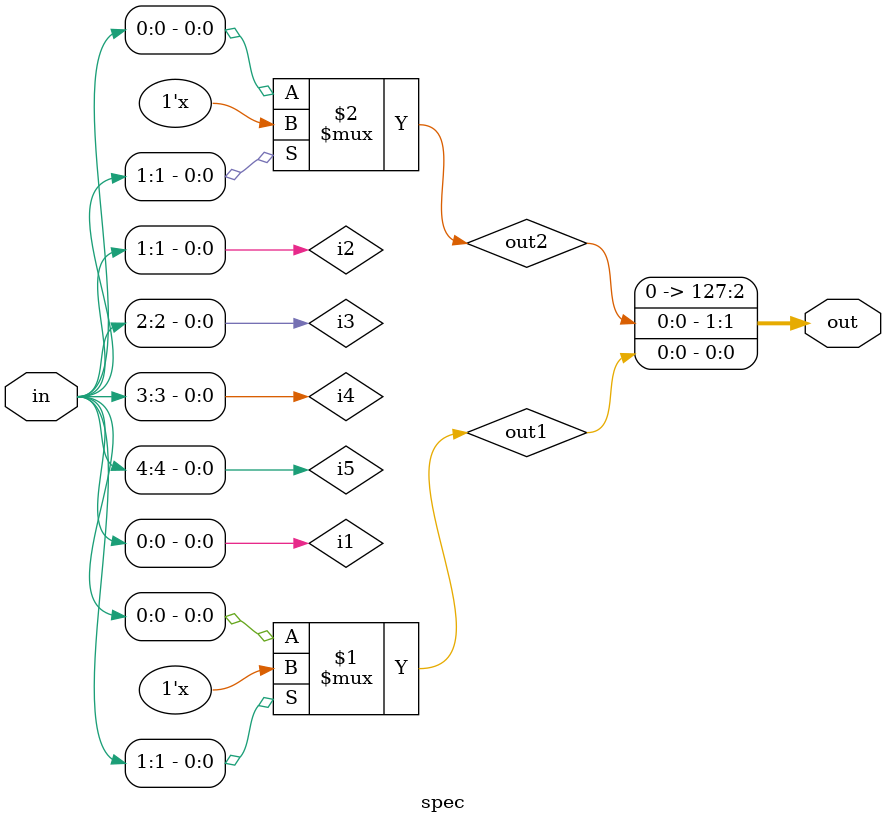
<source format=sv>

module spec (input logic [127:0] in,
	     output wire [127:0] out);

  wire i5, i4, i3, i2, i1;

  assign {i5, i4, i3, i2, i1} = in;

  wire out1, out2, out3, out4, out5, out6;

  bufif0(out1, i1, i2);
  bufif0 mybufif0(out2, i1, i2);

  assign out = { out2, out1 };

endmodule // spec

</source>
